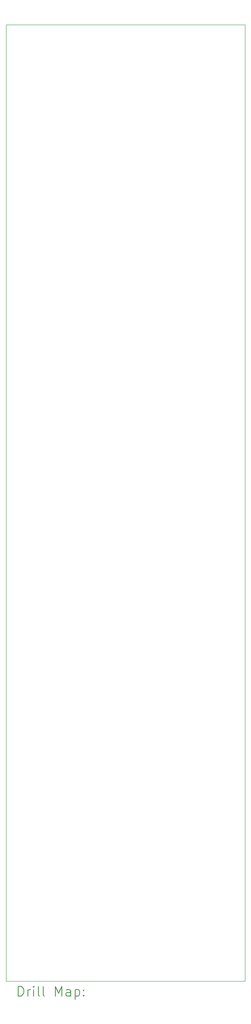
<source format=gbr>
%FSLAX45Y45*%
G04 Gerber Fmt 4.5, Leading zero omitted, Abs format (unit mm)*
G04 Created by KiCad (PCBNEW (6.0.5)) date 2022-09-08 21:16:33*
%MOMM*%
%LPD*%
G01*
G04 APERTURE LIST*
%TA.AperFunction,Profile*%
%ADD10C,0.050000*%
%TD*%
%ADD11C,0.200000*%
G04 APERTURE END LIST*
D10*
X7500000Y-4000000D02*
X12500000Y-4000000D01*
X12500000Y-4000000D02*
X12500000Y-24000000D01*
X7500000Y-24000000D02*
X7500000Y-4000000D01*
X12500000Y-24000000D02*
X7500000Y-24000000D01*
D11*
X7755119Y-24312976D02*
X7755119Y-24112976D01*
X7802738Y-24112976D01*
X7831309Y-24122500D01*
X7850357Y-24141548D01*
X7859881Y-24160595D01*
X7869405Y-24198690D01*
X7869405Y-24227262D01*
X7859881Y-24265357D01*
X7850357Y-24284405D01*
X7831309Y-24303452D01*
X7802738Y-24312976D01*
X7755119Y-24312976D01*
X7955119Y-24312976D02*
X7955119Y-24179643D01*
X7955119Y-24217738D02*
X7964643Y-24198690D01*
X7974167Y-24189167D01*
X7993214Y-24179643D01*
X8012262Y-24179643D01*
X8078928Y-24312976D02*
X8078928Y-24179643D01*
X8078928Y-24112976D02*
X8069405Y-24122500D01*
X8078928Y-24132024D01*
X8088452Y-24122500D01*
X8078928Y-24112976D01*
X8078928Y-24132024D01*
X8202738Y-24312976D02*
X8183690Y-24303452D01*
X8174167Y-24284405D01*
X8174167Y-24112976D01*
X8307500Y-24312976D02*
X8288452Y-24303452D01*
X8278928Y-24284405D01*
X8278928Y-24112976D01*
X8536071Y-24312976D02*
X8536071Y-24112976D01*
X8602738Y-24255833D01*
X8669405Y-24112976D01*
X8669405Y-24312976D01*
X8850357Y-24312976D02*
X8850357Y-24208214D01*
X8840833Y-24189167D01*
X8821786Y-24179643D01*
X8783690Y-24179643D01*
X8764643Y-24189167D01*
X8850357Y-24303452D02*
X8831310Y-24312976D01*
X8783690Y-24312976D01*
X8764643Y-24303452D01*
X8755119Y-24284405D01*
X8755119Y-24265357D01*
X8764643Y-24246309D01*
X8783690Y-24236786D01*
X8831310Y-24236786D01*
X8850357Y-24227262D01*
X8945595Y-24179643D02*
X8945595Y-24379643D01*
X8945595Y-24189167D02*
X8964643Y-24179643D01*
X9002738Y-24179643D01*
X9021786Y-24189167D01*
X9031310Y-24198690D01*
X9040833Y-24217738D01*
X9040833Y-24274881D01*
X9031310Y-24293928D01*
X9021786Y-24303452D01*
X9002738Y-24312976D01*
X8964643Y-24312976D01*
X8945595Y-24303452D01*
X9126548Y-24293928D02*
X9136071Y-24303452D01*
X9126548Y-24312976D01*
X9117024Y-24303452D01*
X9126548Y-24293928D01*
X9126548Y-24312976D01*
X9126548Y-24189167D02*
X9136071Y-24198690D01*
X9126548Y-24208214D01*
X9117024Y-24198690D01*
X9126548Y-24189167D01*
X9126548Y-24208214D01*
M02*

</source>
